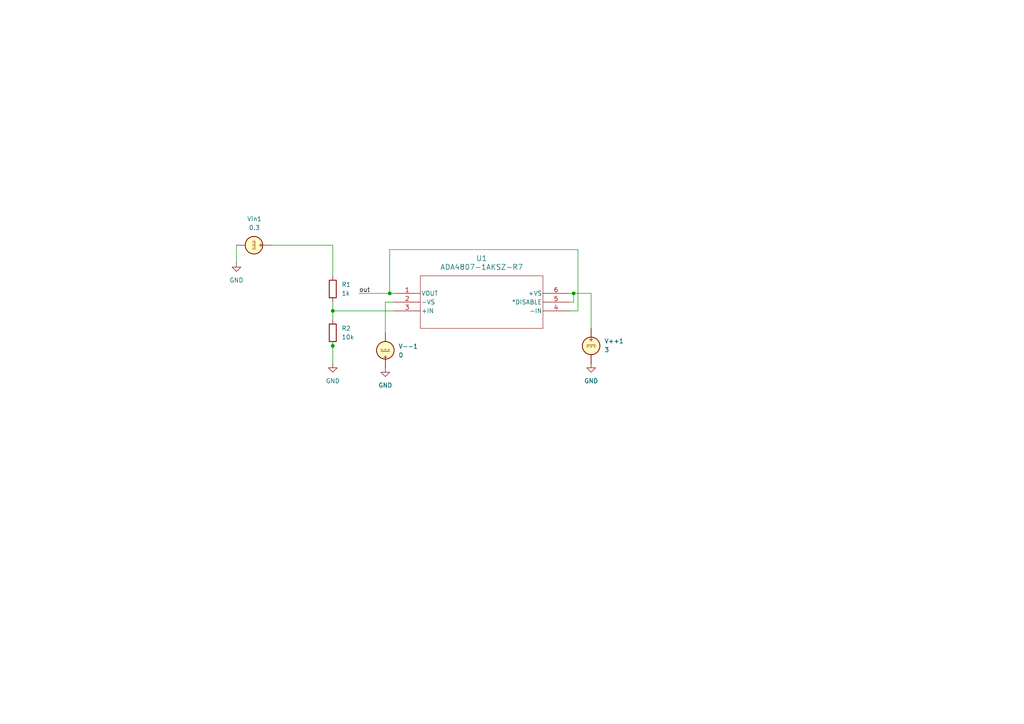
<source format=kicad_sch>
(kicad_sch (version 20231120) (generator "eeschema") (generator_version "8.0")
  (paper "A4")
  (lib_symbols
    (symbol "Device:R" (pin_numbers hide) (pin_names (offset 0))
      (property "Reference" "R" (at 2.032 0 90))
      (property "Value" "R" (at 0 0 90))
      (symbol "R_0_1"
        (rectangle (start -1.016 -2.54) (end 1.016 2.54) (stroke (width 0.254)))
      )
      (symbol "R_1_1"
        (pin passive line (at 0 3.81 270) (length 1.27) (name "~") (number "1"))
        (pin passive line (at 0 -3.81 90) (length 1.27) (name "~") (number "2"))
      )
    )
    (symbol "Opamp:ADA4807-1AKSZ-R7" (pin_names (offset 0.254))
      (property "Reference" "U" (at 25.4 10.16 0))
      (property "Value" "ADA4807-1AKSZ-R7" (at 25.4 7.62 0))
      (symbol "ADA4807-1AKSZ-R7_0_1"
        (polyline (pts (xy 7.62 -10.16) (xy 43.18 -10.16)) (stroke (width 0.127)))
        (polyline (pts (xy 7.62 5.08) (xy 7.62 -10.16)) (stroke (width 0.127)))
        (polyline (pts (xy 43.18 -10.16) (xy 43.18 5.08)) (stroke (width 0.127)))
        (polyline (pts (xy 43.18 5.08) (xy 7.62 5.08)) (stroke (width 0.127)))
        (pin power_in line (at 0 0 0) (length 7.62) (name "VOUT") (number "1"))
        (pin power_in line (at 0 -2.54 0) (length 7.62) (name "-VS") (number "2"))
        (pin input line (at 0 -5.08 0) (length 7.62) (name "+IN") (number "3"))
        (pin input line (at 50.8 -5.08 180) (length 7.62) (name "-IN") (number "4"))
        (pin unspecified line (at 50.8 -2.54 180) (length 7.62) (name "*DISABLE") (number "5"))
        (pin power_in line (at 50.8 0 180) (length 7.62) (name "+VS") (number "6"))
      )
    )
    (symbol "Simulation_SPICE:VDC" (pin_numbers hide) (pin_names (offset 0.0254))
      (property "Reference" "V" (at 2.54 2.54 0))
      (property "Value" "1" (at 2.54 0 0))
      (symbol "VDC_0_0"
        (polyline (pts (xy -1.27 0.254) (xy 1.27 0.254)))
        (polyline (pts (xy -0.762 -0.254) (xy -1.27 -0.254)))
        (polyline (pts (xy 0.254 -0.254) (xy -0.254 -0.254)))
        (polyline (pts (xy 1.27 -0.254) (xy 0.762 -0.254)))
        (text "+" (at 0 1.905 0) (effects (font (size 1.27 1.27))))
      )
      (symbol "VDC_0_1"
        (circle (center 0 0) (radius 2.54) (stroke (width 0.254)) (fill (type background)))
      )
      (symbol "VDC_1_1"
        (pin passive line (at 0 5.08 270) (length 2.54) (name "~") (number "1"))
        (pin passive line (at 0 -5.08 90) (length 2.54) (name "~") (number "2"))
      )
    )
    (symbol "power:GND" (power) (pin_numbers hide) (pin_names (offset 0) hide)
      (property "Value" "GND" (at 0 -3.81 0))
      (symbol "GND_0_1"
        (polyline (pts (xy 0 0) (xy 0 -1.27) (xy 1.27 -1.27) (xy 0 -2.54) (xy -1.27 -1.27) (xy 0 -1.27)))
      )
      (symbol "GND_1_1"
        (pin power_in line (at 0 0 270) (length 0) (name "~") (number "1"))
      )
    )
  )
  (junction (at 96.52 90.17))
  (junction (at 113.03 85.09))
  (junction (at 96.52 100.33))
  (junction (at 166.37 85.09))
  (wire (pts (xy 165.1 85.09) (xy 166.37 85.09)))
  (wire (pts (xy 111.76 96.52) (xy 111.76 87.63)))
  (wire (pts (xy 96.52 90.17) (xy 114.3 90.17)))
  (wire (pts (xy 96.52 71.12) (xy 96.52 80.01)))
  (wire (pts (xy 167.64 72.39) (xy 113.03 72.39)))
  (wire (pts (xy 167.64 90.17) (xy 167.64 72.39)))
  (wire (pts (xy 96.52 71.12) (xy 78.74 71.12)))
  (wire (pts (xy 111.76 87.63) (xy 114.3 87.63)))
  (wire (pts (xy 171.45 85.09) (xy 171.45 95.25)))
  (wire (pts (xy 166.37 85.09) (xy 166.37 87.63)))
  (wire (pts (xy 68.58 71.12) (xy 68.58 76.2)))
  (wire (pts (xy 104.14 85.09) (xy 113.03 85.09)))
  (wire (pts (xy 166.37 85.09) (xy 171.45 85.09)))
  (wire (pts (xy 96.52 87.63) (xy 96.52 90.17)))
  (wire (pts (xy 165.1 87.63) (xy 166.37 87.63)))
  (wire (pts (xy 96.52 100.33) (xy 96.52 105.41)))
  (wire (pts (xy 113.03 72.39) (xy 113.03 85.09)))
  (wire (pts (xy 113.03 85.09) (xy 114.3 85.09)))
  (wire (pts (xy 96.52 90.17) (xy 96.52 92.71)))
  (wire (pts (xy 96.52 99.06) (xy 96.52 100.33)))
  (wire (pts (xy 165.1 90.17) (xy 167.64 90.17)))
  (label "out" (at 104.14 85.09 0))
  (symbol (lib_id "power:GND") (at 68.58 76.2 0) (unit 1)
    (property "Reference" "#PWR01" (effects (hide yes)))
    (property "Value" "GND" (at 68.58 81.28 0))
    (property "Description" "Power symbol creates a global label with name \"GND\" , ground" (effects (hide yes)))
  )
  (symbol (lib_id "Device:R") (at 96.52 96.52 0) (unit 1)
    (property "Reference" "R2" (at 99.06 95.2499 0) (effects (justify left)))
    (property "Value" "10k" (at 99.06 97.7899 0) (effects (justify left)))
    (property "Description" "Resistor" (effects (hide yes)))
  )
  (symbol (lib_id "Device:R") (at 96.52 83.82 0) (unit 1)
    (property "Reference" "R1" (at 99.06 82.5499 0) (effects (justify left)))
    (property "Value" "1k" (at 99.06 85.0899 0) (effects (justify left)))
    (property "Description" "Resistor" (effects (hide yes)))
  )
  (symbol (lib_id "Simulation_SPICE:VDC") (at 171.45 100.33 0) (unit 1)
    (property "Reference" "V++1" (at 175.26 98.9301 0) (effects (justify left)))
    (property "Value" "3" (at 175.26 101.4701 0) (effects (justify left)))
    (property "Datasheet" "https://ngspice.sourceforge.io/docs/ngspice-html-manual/manual.xhtml#sec_Independent_Sources_for" (effects (hide yes)))
    (property "Description" "Voltage source, DC" (effects (hide yes)))
    (property "Sim.Pins" "1=+ 2=-" (effects (hide yes)))
    (property "Sim.Type" "DC" (effects (hide yes)))
    (property "Sim.Device" "V" (effects (hide yes)))
  )
  (symbol (lib_id "Simulation_SPICE:VDC") (at 111.76 101.6 180) (unit 1)
    (property "Reference" "V--1" (at 115.57 100.4597 0) (effects (justify right)))
    (property "Value" "0" (at 115.57 102.9997 0) (effects (justify right)))
    (property "Datasheet" "https://ngspice.sourceforge.io/docs/ngspice-html-manual/manual.xhtml#sec_Independent_Sources_for" (effects (hide yes)))
    (property "Description" "Voltage source, DC" (effects (hide yes)))
    (property "Sim.Pins" "1=+ 2=-" (effects (hide yes)))
    (property "Sim.Type" "DC" (effects (hide yes)))
    (property "Sim.Device" "V" (effects (hide yes)))
    (instances (project "opamp1_pot_low" (path "" (reference "V--1") (unit 1))) (project "Opamp" (path "" (reference "V--?") (unit 1))))
  )
  (symbol (lib_id "power:GND") (at 96.52 105.41 0) (unit 1)
    (property "Reference" "#PWR04" (effects (hide yes)))
    (property "Value" "GND" (at 96.52 110.49 0))
    (property "Description" "Power symbol creates a global label with name \"GND\" , ground" (effects (hide yes)))
  )
  (symbol (lib_id "Simulation_SPICE:VDC") (at 73.66 71.12 270) (unit 1)
    (property "Reference" "Vin1" (at 73.7898 63.5 90))
    (property "Value" "0.3" (at 73.7898 66.04 90))
    (property "Datasheet" "https://ngspice.sourceforge.io/docs/ngspice-html-manual/manual.xhtml#sec_Independent_Sources_for" (effects (hide yes)))
    (property "Description" "Voltage source, DC" (effects (hide yes)))
    (property "Sim.Pins" "1=+ 2=-" (effects (hide yes)))
    (property "Sim.Type" "DC" (effects (hide yes)))
    (property "Sim.Device" "V" (effects (hide yes)))
    (instances (project "opamp1_pot_low" (path "" (reference "Vin1") (unit 1))) (project "Opamp" (path "" (reference "Vin?") (unit 1))))
  )
  (symbol (lib_id "power:GND") (at 111.76 106.68 0) (unit 1)
    (property "Reference" "#PWR02" (effects (hide yes)))
    (property "Value" "GND" (at 111.76 111.76 0))
    (property "Description" "Power symbol creates a global label with name \"GND\" , ground" (effects (hide yes)))
  )
  (symbol (lib_id "Opamp:ADA4807-1AKSZ-R7") (at 114.3 85.09 0) (unit 1)
    (property "Reference" "U1" (at 139.7 74.93 0) (effects (font (size 1.524 1.524))))
    (property "Value" "ADA4807-1AKSZ-R7" (at 139.7 77.47 0) (effects (font (size 1.524 1.524))))
    (property "Footprint" "KS-6_ADI" (effects (hide yes)))
    (property "Datasheet" "ADA4807-1AKSZ-R7" (effects (hide yes)))
    (property "Sim.Library" "/home/maxwell/github-repos/sp-24-EE628/6_Test/2_PCB/test_board_1/TestBoardEDA/models/ADA4807.cir" (effects (hide yes)))
    (property "Sim.Name" "ADA4807" (effects (hide yes)))
    (property "Sim.Device" "SUBCKT" (effects (hide yes)))
    (property "Sim.Pins" "1=104 2=103 3=100 4=101 5=106 6=102" (effects (hide yes)))
  )
  (symbol (lib_id "power:GND") (at 171.45 105.41 0) (unit 1)
    (property "Reference" "#PWR03" (effects (hide yes)))
    (property "Value" "GND" (at 171.45 110.49 0))
    (property "Description" "Power symbol creates a global label with name \"GND\" , ground" (effects (hide yes)))
  )
)
</source>
